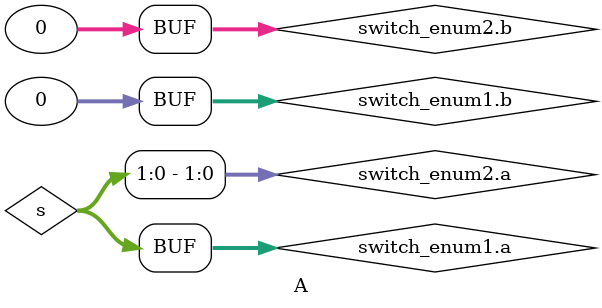
<source format=sv>

module B_top // "b_mod"
(
);


//------------------------------------------------------------------------------
// Child module instances

A a_mod
(

);

endmodule



//==============================================================================
//
// Module: A (test_switch_enum.cpp:77:5)
//
module A // "b_mod.a_mod"
(
);

// Variables generated for SystemC signals
logic [31:0] s;

//------------------------------------------------------------------------------
// Method process: switch_enum1 (test_switch_enum.cpp:28:5) 

always_comb 
begin : switch_enum1     // test_switch_enum.cpp:28:5
    integer a;
    integer b;
    a = s;
    case (a)
    2 : begin
        b = 1;
    end
    4 : begin
        b = 2;
    end
    endcase
    b = 0;
end

//------------------------------------------------------------------------------
// Method process: switch_enum2 (test_switch_enum.cpp:47:5) 

always_comb 
begin : switch_enum2     // test_switch_enum.cpp:47:5
    logic [1:0] a;
    integer b;
    a = 2'(s);
    case (a)
    0 : begin
        b = 1;
    end
    1 : begin
        b = 2;
    end
    2 : begin
        b = 3;
    end
    endcase
    b = 0;
end

endmodule



</source>
